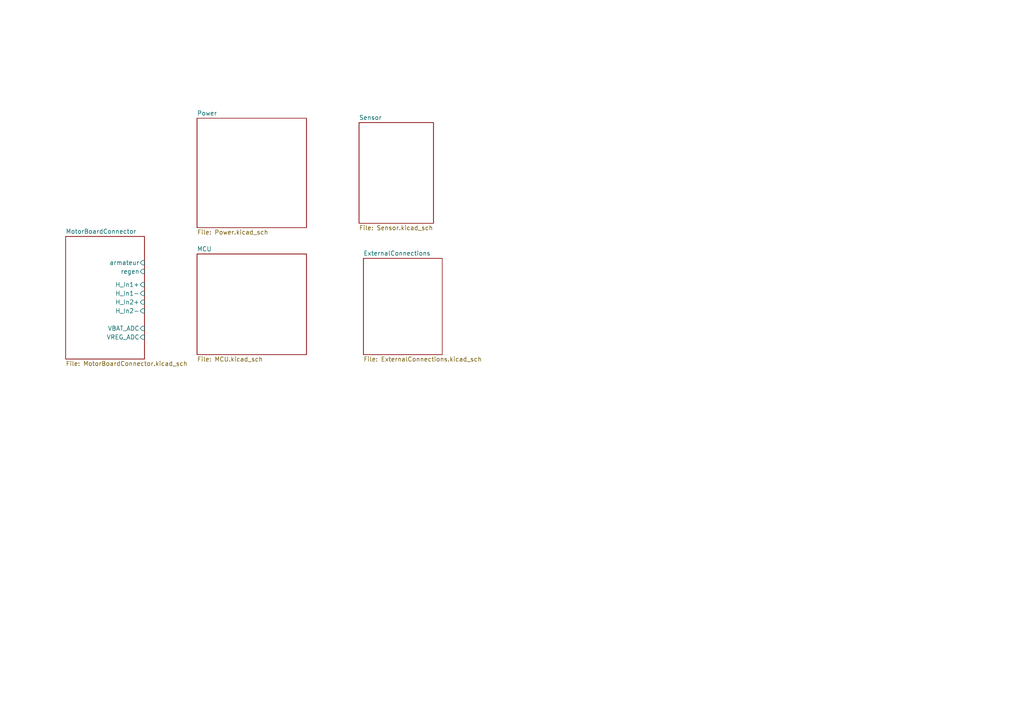
<source format=kicad_sch>
(kicad_sch
	(version 20250114)
	(generator "eeschema")
	(generator_version "9.0")
	(uuid "3d2636da-949a-430f-b429-214c7142e7ac")
	(paper "A4")
	(lib_symbols)
	(sheet
		(at 19.05 68.58)
		(size 22.86 35.56)
		(exclude_from_sim no)
		(in_bom yes)
		(on_board yes)
		(dnp no)
		(fields_autoplaced yes)
		(stroke
			(width 0.1524)
			(type solid)
		)
		(fill
			(color 0 0 0 0.0000)
		)
		(uuid "680043cb-bc9c-44e2-8bc3-261f88bf76fe")
		(property "Sheetname" "MotorBoardConnector"
			(at 19.05 67.8684 0)
			(effects
				(font
					(size 1.27 1.27)
				)
				(justify left bottom)
			)
		)
		(property "Sheetfile" "MotorBoardConnector.kicad_sch"
			(at 19.05 104.7246 0)
			(effects
				(font
					(size 1.27 1.27)
				)
				(justify left top)
			)
		)
		(pin "armateur" input
			(at 41.91 76.2 0)
			(uuid "89a62853-58e9-419f-84c2-a0692b872279")
			(effects
				(font
					(size 1.27 1.27)
				)
				(justify right)
			)
		)
		(pin "H_In1+" input
			(at 41.91 82.55 0)
			(uuid "0d1b0aa6-942d-4b85-8f83-456f5a8b2e7f")
			(effects
				(font
					(size 1.27 1.27)
				)
				(justify right)
			)
		)
		(pin "H_In1-" input
			(at 41.91 85.09 0)
			(uuid "8e473adb-3c3e-4f51-add1-003ac2b15f41")
			(effects
				(font
					(size 1.27 1.27)
				)
				(justify right)
			)
		)
		(pin "H_In2+" input
			(at 41.91 87.63 0)
			(uuid "903fc3d1-3fc7-4fef-9944-e3367046f395")
			(effects
				(font
					(size 1.27 1.27)
				)
				(justify right)
			)
		)
		(pin "H_In2-" input
			(at 41.91 90.17 0)
			(uuid "b8f3acdd-ea9e-46fe-bccf-bcbd4a4dbfac")
			(effects
				(font
					(size 1.27 1.27)
				)
				(justify right)
			)
		)
		(pin "regen" input
			(at 41.91 78.74 0)
			(uuid "3f960243-a5f7-4f86-ab7d-98128a21cfd1")
			(effects
				(font
					(size 1.27 1.27)
				)
				(justify right)
			)
		)
		(pin "VBAT_ADC" input
			(at 41.91 95.25 0)
			(uuid "41d4a98c-e370-4d5e-bb7b-83e3b469aeca")
			(effects
				(font
					(size 1.27 1.27)
				)
				(justify right)
			)
		)
		(pin "VREG_ADC" input
			(at 41.91 97.79 0)
			(uuid "81edf315-2db3-4b0e-9535-ed9993aad224")
			(effects
				(font
					(size 1.27 1.27)
				)
				(justify right)
			)
		)
		(instances
			(project "Controller"
				(path "/3d2636da-949a-430f-b429-214c7142e7ac"
					(page "2")
				)
			)
		)
	)
	(sheet
		(at 57.15 34.29)
		(size 31.75 31.75)
		(exclude_from_sim no)
		(in_bom yes)
		(on_board yes)
		(dnp no)
		(fields_autoplaced yes)
		(stroke
			(width 0.1524)
			(type solid)
		)
		(fill
			(color 0 0 0 0.0000)
		)
		(uuid "8596767f-bdb2-4b16-ae8f-8954118abc06")
		(property "Sheetname" "Power"
			(at 57.15 33.5784 0)
			(effects
				(font
					(size 1.27 1.27)
				)
				(justify left bottom)
			)
		)
		(property "Sheetfile" "Power.kicad_sch"
			(at 57.15 66.6246 0)
			(effects
				(font
					(size 1.27 1.27)
				)
				(justify left top)
			)
		)
		(instances
			(project "Controller"
				(path "/3d2636da-949a-430f-b429-214c7142e7ac"
					(page "3")
				)
			)
		)
	)
	(sheet
		(at 104.14 35.56)
		(size 21.59 29.21)
		(exclude_from_sim no)
		(in_bom yes)
		(on_board yes)
		(dnp no)
		(fields_autoplaced yes)
		(stroke
			(width 0.1524)
			(type solid)
		)
		(fill
			(color 0 0 0 0.0000)
		)
		(uuid "971a06b1-ac55-4b0d-af5a-bd1cbd3ac4b4")
		(property "Sheetname" "Sensor"
			(at 104.14 34.8484 0)
			(effects
				(font
					(size 1.27 1.27)
				)
				(justify left bottom)
			)
		)
		(property "Sheetfile" "Sensor.kicad_sch"
			(at 104.14 65.3546 0)
			(effects
				(font
					(size 1.27 1.27)
				)
				(justify left top)
			)
		)
		(instances
			(project "Controller"
				(path "/3d2636da-949a-430f-b429-214c7142e7ac"
					(page "5")
				)
			)
		)
	)
	(sheet
		(at 57.15 73.66)
		(size 31.75 29.21)
		(exclude_from_sim no)
		(in_bom yes)
		(on_board yes)
		(dnp no)
		(fields_autoplaced yes)
		(stroke
			(width 0.1524)
			(type solid)
		)
		(fill
			(color 0 0 0 0.0000)
		)
		(uuid "d6742cd0-2d6e-4143-8d8f-2f86d463edcc")
		(property "Sheetname" "MCU"
			(at 57.15 72.9484 0)
			(effects
				(font
					(size 1.27 1.27)
				)
				(justify left bottom)
			)
		)
		(property "Sheetfile" "MCU.kicad_sch"
			(at 57.15 103.4546 0)
			(effects
				(font
					(size 1.27 1.27)
				)
				(justify left top)
			)
		)
		(instances
			(project "Controller"
				(path "/3d2636da-949a-430f-b429-214c7142e7ac"
					(page "4")
				)
			)
		)
	)
	(sheet
		(at 105.41 74.93)
		(size 22.86 27.94)
		(exclude_from_sim no)
		(in_bom yes)
		(on_board yes)
		(dnp no)
		(fields_autoplaced yes)
		(stroke
			(width 0.1524)
			(type solid)
		)
		(fill
			(color 0 0 0 0.0000)
		)
		(uuid "e0e9c898-fbd4-43a7-9928-aac255c6bb18")
		(property "Sheetname" "ExternalConnections"
			(at 105.41 74.2184 0)
			(effects
				(font
					(size 1.27 1.27)
				)
				(justify left bottom)
			)
		)
		(property "Sheetfile" "ExternalConnections.kicad_sch"
			(at 105.41 103.4546 0)
			(effects
				(font
					(size 1.27 1.27)
				)
				(justify left top)
			)
		)
		(instances
			(project "Controller"
				(path "/3d2636da-949a-430f-b429-214c7142e7ac"
					(page "6")
				)
			)
		)
	)
	(sheet_instances
		(path "/"
			(page "1")
		)
	)
	(embedded_fonts no)
)

</source>
